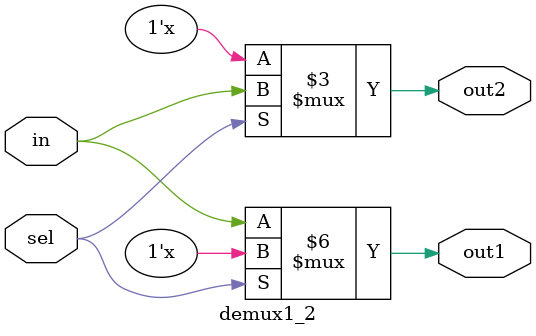
<source format=v>
module demux1_2(in,out1,out2,sel);
    input in,sel;
    output reg out1,out2;

    always @(*)
    begin
        if (sel) 
            out2 = in;
        else 
            out1 = in;
    end

endmodule
</source>
